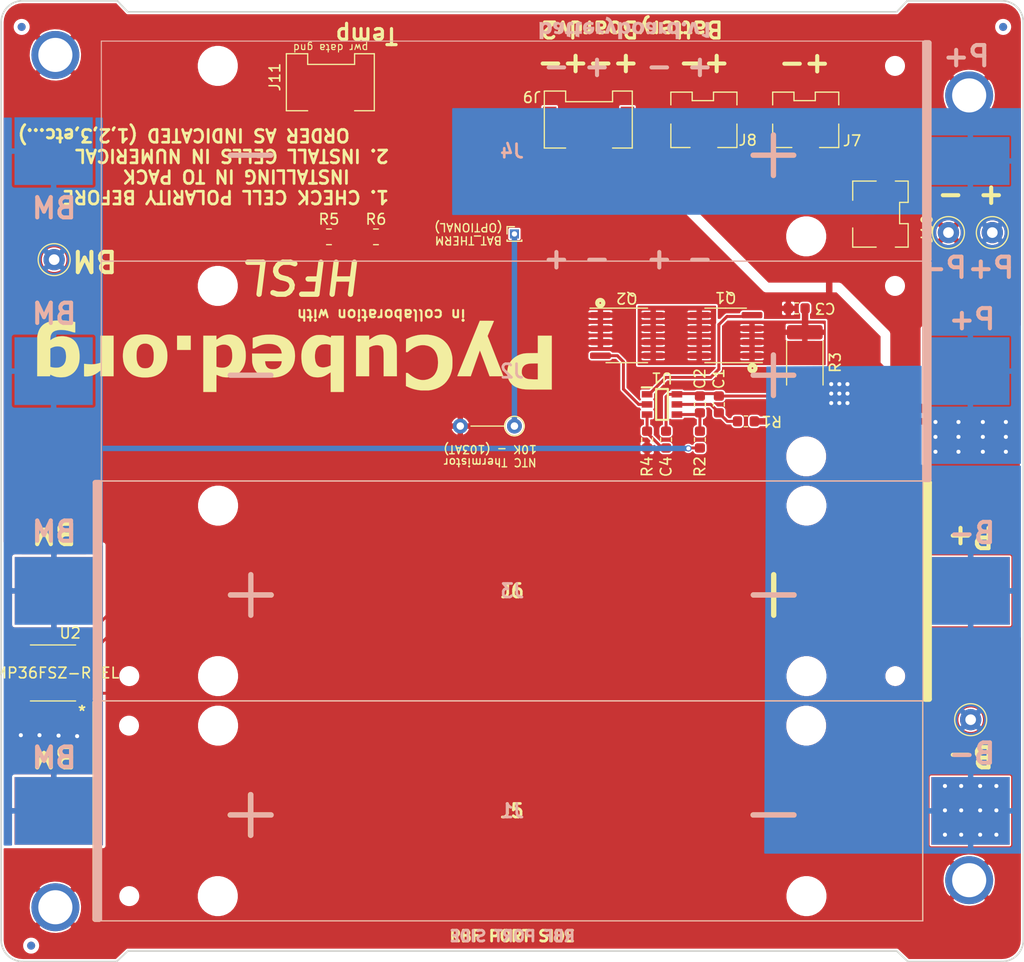
<source format=kicad_pcb>
(kicad_pcb (version 20171130) (host pcbnew "(5.1.9)-1")
  (layers (0 F.Cu signal hide) (31 B.Cu signal) (34 B.Paste user hide) (35 F.Paste user hide) (36 B.SilkS user hide) (37 F.SilkS user) (38 B.Mask user hide) (39 F.Mask user hide) (44 Edge.Cuts user))
  (net 0 "")
  (net 1 /VDD)
  (net 2 B-)
  (net 3 "Net-(C2-Pad2)")
  (net 4 PACK-)
  (net 5 BM)
  (net 6 PACK+)
  (net 7 "Net-(Q1-Pad5)")
  (net 8 "Net-(Q1-Pad4)")
  (net 9 "Net-(Q2-Pad4)")
  (net 10 "Net-(C3-Pad1)")
  (net 11 "Net-(C4-Pad2)")
  (net 12 BAT_THERM)
  (net 13 "Net-(J10-Pad2)")
  (net 14 "Net-(J11-Pad1)")
  (net 15 "Net-(J11-Pad2)")
  (net 16 "Net-(J11-Pad3)")
  (net 17 "Net-(J11-Pad4)")
  (net 18 "Net-(U2-Pad2)")
  (net 19 "Net-(U2-Pad3)")
  (net 20 "Net-(U2-Pad6)")
  (net 21 "Net-(U2-Pad7)")
  (net 22 "Net-(R5-Pad1)")
  (net 23 GND)
  (module Resistor_SMD:R_0805_2012Metric (layer F.Cu) (at 88.355001 75.965001)
    (fp_text reference R6 (at 0 -1.65) (layer F.SilkS))
    (fp_text value 10k)
    (pad 2 smd roundrect (at 0.9125 0) (size 1.025 1.4) (layers F.Cu F.Paste F.Mask) (roundrect_rratio 0.243902) (net 23 GND))
    (pad 1 smd roundrect (at -0.9125 0) (size 1.025 1.4) (layers F.Cu F.Paste F.Mask) (roundrect_rratio 0.243902) (net 15 "Net-(J11-Pad2)"))
  )
  (module Resistor_SMD:R_0805_2012Metric (layer F.Cu) (at 83.945001 75.965001)
    (fp_text reference R5 (at 0 -1.65) (layer F.SilkS))
    (fp_text value 27k)
    (pad 2 smd roundrect (at 0.9125 0) (size 1.025 1.4) (layers F.Cu F.Paste F.Mask) (roundrect_rratio 0.243902) (net 15 "Net-(J11-Pad2)"))
    (pad 1 smd roundrect (at -0.9125 0) (size 1.025 1.4) (layers F.Cu F.Paste F.Mask) (roundrect_rratio 0.243902) (net 22 "Net-(R5-Pad1)"))
  )
  (module custom-footprints:KEYSTONE-1042 (layer B.Cu) (at 101.1174 88.5698)
    (fp_text reference J2 (at 0 0) (layer B.SilkS) (effects (font (size 1.27 1.27) (thickness 0.254)) (justify mirror)))
    (fp_text value KEYSTONE-1042 hide)
    (fp_text user - (at -24.525 0) (layer B.SilkS) (effects (font (size 5 5) (thickness 0.5)) (justify mirror)))
    (fp_text user + (at 24.525 0) (layer B.SilkS) (effects (font (size 5 5) (thickness 0.5)) (justify mirror)))
    (pad 5 np_thru_hole circle (at 35.93 -8) (size 1.57 0) (drill 1.57) (layers *.Cu *.Mask))
    (pad 4 np_thru_hole circle (at 27.6 8) (size 3.45 0) (drill 3.45) (layers *.Cu *.Mask))
    (pad 3 np_thru_hole circle (at -27.6 -8) (size 3.45 0) (drill 3.45) (layers *.Cu *.Mask))
    (pad 2 smd rect (at 43 0 270) (size 6.35 7.34) (layers B.Cu B.Paste B.Mask) (net 6 PACK+))
    (pad 1 smd rect (at -43 0 270) (size 6.35 7.34) (layers B.Cu B.Paste B.Mask) (net 5 BM))
  )
  (module custom-footprints:KEYSTONE-1042 (layer B.Cu) (at 101.1174 67.9196)
    (fp_text reference J4 (at 0 0) (layer B.SilkS) (effects (font (size 1.27 1.27) (thickness 0.254)) (justify mirror)))
    (fp_text value KEYSTONE-1042 hide)
    (fp_text user - (at -24.525 0) (layer B.SilkS) (effects (font (size 5 5) (thickness 0.5)) (justify mirror)))
    (fp_text user + (at 24.525 0) (layer B.SilkS) (effects (font (size 5 5) (thickness 0.5)) (justify mirror)))
    (pad 5 np_thru_hole circle (at 35.93 -8) (size 1.57 0) (drill 1.57) (layers *.Cu *.Mask))
    (pad 4 np_thru_hole circle (at 27.6 8) (size 3.45 0) (drill 3.45) (layers *.Cu *.Mask))
    (pad 3 np_thru_hole circle (at -27.6 -8) (size 3.45 0) (drill 3.45) (layers *.Cu *.Mask))
    (pad 2 smd rect (at 43 0.925 270) (size 4.5 7.34) (layers B.Cu B.Paste B.Mask) (net 6 PACK+))
    (pad 1 smd rect (at -43 0 270) (size 6.35 7.34) (layers B.Cu B.Paste B.Mask) (net 5 BM))
  )
  (module custom-footprints:battery_version (layer B.Cu) (at 111.3536 56.4134)
    (fp_text reference Ref** hide)
    (fp_text value Val** hide)
  )
  (module custom-footprints:MountingHole_3.2mm_M3_DIN965_PadMOD (layer F.Cu) (at 144.0053 62.6899)
    (fp_text reference H3 hide)
    (fp_text value MountingHole_Pad)
    (pad 1 thru_hole circle (at 0 0) (size 4.5 4.5) (drill 3.2) (layers F.Cu F.Mask) (net 4 PACK-))
  )
  (module custom-footprints:MountingHole_3.2mm_M3_DIN965_PadMOD (layer F.Cu) (at 144.0053 136.3499)
    (fp_text reference H4 hide)
    (fp_text value MountingHole_Pad)
    (pad 1 thru_hole circle (at 0 0) (size 4.5 4.5) (drill 3.2) (layers *.Cu *.Mask) (net 4 PACK-))
  )
  (module custom-footprints:MountingHole_3.2mm_M3_DIN965_PadMOD (layer F.Cu) (at 58.2803 58.8899)
    (fp_text reference H2 hide)
    (fp_text value MountingHole_Pad)
    (pad 1 thru_hole circle (at 0 0) (size 4.5 4.5) (drill 3.2) (layers *.Cu *.Mask) (net 4 PACK-))
  )
  (module custom-footprints:MountingHole_3.2mm_M3_DIN965_PadMOD (layer F.Cu) (at 58.2803 138.8899)
    (fp_text reference H1 hide)
    (fp_text value MountingHole_Pad)
    (pad 1 thru_hole circle (at 0 0) (size 4.5 4.5) (drill 3.2) (layers *.Cu *.Mask) (net 4 PACK-))
  )
  (module custom-footprints:pycubed_logo (layer F.Cu) (at 83.29676 86.9188 180)
    (fp_text reference Ref** hide)
    (fp_text value Val** hide)
  )
  (module custom-footprints:KEYSTONE-1042 (layer F.Cu) (at 101.1428 109.1946)
    (fp_text reference J6 (at 0 0) (layer F.SilkS) (effects (font (size 1.27 1.27) (thickness 0.254))))
    (fp_text value KEYSTONE-1042 hide)
    (fp_text user - (at -24.525 0) (layer F.SilkS) (effects (font (size 5 5) (thickness 0.5))))
    (fp_text user + (at 24.525 0) (layer F.SilkS) (effects (font (size 5 5) (thickness 0.5))))
    (pad 5 np_thru_hole circle (at 35.93 8) (size 1.57 0) (drill 1.57) (layers *.Cu *.Mask))
    (pad 4 np_thru_hole circle (at 27.6 -8) (size 3.45 0) (drill 3.45) (layers *.Cu *.Mask))
    (pad 3 np_thru_hole circle (at -27.6 8) (size 3.45 0) (drill 3.45) (layers *.Cu *.Mask))
    (pad 2 smd rect (at 43 0 90) (size 6.35 7.34) (layers F.Cu F.Paste F.Mask) (net 6 PACK+))
    (pad 1 smd rect (at -43 0 90) (size 6.35 7.34) (layers F.Cu F.Paste F.Mask) (net 5 BM))
  )
  (module custom-footprints:KEYSTONE-1042 (layer F.Cu) (at 101.1174 129.8448 180)
    (fp_text reference J5 (at 0 0) (layer F.SilkS) (effects (font (size 1.27 1.27) (thickness 0.254))))
    (fp_text value KEYSTONE-1042 hide)
    (fp_text user - (at -24.525 0) (layer F.SilkS) (effects (font (size 5 5) (thickness 0.5))))
    (fp_text user + (at 24.525 0) (layer F.SilkS) (effects (font (size 5 5) (thickness 0.5))))
    (pad 5 np_thru_hole circle (at 35.93 8 180) (size 1.57 0) (drill 1.57) (layers *.Cu *.Mask))
    (pad 4 np_thru_hole circle (at 27.6 -8 180) (size 3.45 0) (drill 3.45) (layers *.Cu *.Mask))
    (pad 3 np_thru_hole circle (at -27.6 8 180) (size 3.45 0) (drill 3.45) (layers *.Cu *.Mask))
    (pad 2 smd rect (at 43 0 270) (size 6.35 7.34) (layers F.Cu F.Paste F.Mask) (net 5 BM))
    (pad 1 smd rect (at -43 0 270) (size 6.35 7.34) (layers F.Cu F.Paste F.Mask) (net 2 B-))
  )
  (module custom-footprints:KEYSTONE-1042 (layer B.Cu) (at 101.1428 109.1946 180)
    (fp_text reference J3 (at 0 0) (layer B.SilkS) (effects (font (size 1.27 1.27) (thickness 0.254)) (justify mirror)))
    (fp_text value KEYSTONE-1042 hide)
    (fp_text user - (at -24.525 0) (layer B.SilkS) (effects (font (size 5 5) (thickness 0.5)) (justify mirror)))
    (fp_text user + (at 24.525 0) (layer B.SilkS) (effects (font (size 5 5) (thickness 0.5)) (justify mirror)))
    (pad 5 np_thru_hole circle (at 35.93 -8 180) (size 1.57 0) (drill 1.57) (layers *.Cu *.Mask))
    (pad 4 np_thru_hole circle (at 27.6 8 180) (size 3.45 0) (drill 3.45) (layers *.Cu *.Mask))
    (pad 3 np_thru_hole circle (at -27.6 -8 180) (size 3.45 0) (drill 3.45) (layers *.Cu *.Mask))
    (pad 2 smd rect (at 43 0 90) (size 6.35 7.34) (layers B.Cu B.Paste B.Mask) (net 5 BM))
    (pad 1 smd rect (at -43 0 90) (size 6.35 7.34) (layers B.Cu B.Paste B.Mask) (net 2 B-))
  )
  (module custom-footprints:KEYSTONE-1042 (layer B.Cu) (at 101.1428 129.8448 180)
    (fp_text reference J1 (at 0 0) (layer B.SilkS) (effects (font (size 1.27 1.27) (thickness 0.254)) (justify mirror)))
    (fp_text value KEYSTONE-1042 hide)
    (fp_text user - (at -24.525 0) (layer B.SilkS) (effects (font (size 5 5) (thickness 0.5)) (justify mirror)))
    (fp_text user + (at 24.525 0) (layer B.SilkS) (effects (font (size 5 5) (thickness 0.5)) (justify mirror)))
    (pad 5 np_thru_hole circle (at 35.93 -8 180) (size 1.57 0) (drill 1.57) (layers *.Cu *.Mask))
    (pad 4 np_thru_hole circle (at 27.6 8 180) (size 3.45 0) (drill 3.45) (layers *.Cu *.Mask))
    (pad 3 np_thru_hole circle (at -27.6 -8 180) (size 3.45 0) (drill 3.45) (layers *.Cu *.Mask))
    (pad 2 smd rect (at 43 0 90) (size 6.35 7.34) (layers B.Cu B.Paste B.Mask) (net 5 BM))
    (pad 1 smd rect (at -43 0 90) (size 6.35 7.34) (layers B.Cu B.Paste B.Mask) (net 2 B-))
  )
  (module Fiducial:Fiducial_0.75mm_Mask1.5mm (layer F.Cu) (at 147.193 56.261)
    (fp_text reference REF** hide)
    (fp_text value Fiducial_0.75mm_Mask1.5mm)
    (pad "" smd circle (at 0 0) (size 0.75 0.75) (layers F.Cu F.Mask) (clearance 0.375))
  )
  (module Fiducial:Fiducial_0.75mm_Mask1.5mm (layer B.Cu) (at 147.193 56.261)
    (fp_text reference REF** hide)
    (fp_text value Fiducial_0.75mm_Mask1.5mm)
    (pad "" smd circle (at 0 0) (size 0.75 0.75) (layers B.Cu B.Mask) (clearance 0.375))
  )
  (module Fiducial:Fiducial_0.75mm_Mask1.5mm (layer F.Cu) (at 55.118 56.261)
    (fp_text reference REF** hide)
    (fp_text value Fiducial_0.75mm_Mask1.5mm)
    (pad "" smd circle (at 0 0) (size 0.75 0.75) (layers F.Cu F.Mask) (clearance 0.375))
  )
  (module Fiducial:Fiducial_0.75mm_Mask1.5mm (layer B.Cu) (at 55.118 56.261)
    (fp_text reference REF** hide)
    (fp_text value Fiducial_0.75mm_Mask1.5mm)
    (pad "" smd circle (at 0 0) (size 0.75 0.75) (layers B.Cu B.Mask) (clearance 0.375))
  )
  (module Fiducial:Fiducial_0.75mm_Mask1.5mm (layer B.Cu) (at 56.007 142.494)
    (fp_text reference REF** hide)
    (fp_text value Fiducial_0.75mm_Mask1.5mm)
    (pad "" smd circle (at 0 0) (size 0.75 0.75) (layers B.Cu B.Mask) (clearance 0.375))
  )
  (module Fiducial:Fiducial_0.75mm_Mask1.5mm (layer F.Cu) (at 56.007 142.494)
    (fp_text reference REF** hide)
    (fp_text value Fiducial_0.75mm_Mask1.5mm)
    (pad "" smd circle (at 0 0) (size 0.75 0.75) (layers F.Cu F.Mask) (clearance 0.375))
  )
  (module Resistor_THT:R_Axial_DIN0204_L3.6mm_D1.6mm_P5.08mm_Vertical (layer F.Cu) (at 101.346 93.726 180)
    (fp_text reference TH1 hide)
    (fp_text value Thermistor)
    (pad 2 thru_hole oval (at 5.08 0 180) (size 1.4 1.4) (drill 0.7) (layers *.Cu *.Mask) (net 4 PACK-))
    (pad 1 thru_hole circle (at 0 0 180) (size 1.4 1.4) (drill 0.7) (layers *.Cu *.Mask) (net 12 BAT_THERM))
  )
  (module Connector_PinHeader_1.00mm:PinHeader_1x01_P1.00mm_Vertical (layer F.Cu) (at 101.346 75.692)
    (fp_text reference J12 hide)
    (fp_text value Screw_Terminal_01x01)
    (pad 1 thru_hole rect (at 0 0) (size 0.85 0.85) (drill 0.5) (layers *.Cu *.Mask) (net 12 BAT_THERM))
  )
  (module TestPoint:TestPoint_Loop_D1.80mm_Drill1.0mm_Beaded (layer F.Cu) (at 146.177 75.565)
    (fp_text reference TP4 hide)
    (fp_text value TestPoint)
    (pad 1 thru_hole circle (at 0 0) (size 2 2) (drill 1) (layers *.Cu *.Mask) (net 6 PACK+))
  )
  (module TestPoint:TestPoint_Loop_D1.80mm_Drill1.0mm_Beaded (layer F.Cu) (at 142.0622 75.565)
    (fp_text reference TP3 hide)
    (fp_text value TestPoint)
    (pad 1 thru_hole circle (at 0 0) (size 2 2) (drill 1) (layers *.Cu *.Mask) (net 4 PACK-))
  )
  (module TestPoint:TestPoint_Loop_D1.80mm_Drill1.0mm_Beaded (layer F.Cu) (at 58.166 78.105)
    (fp_text reference TP2 hide)
    (fp_text value TestPoint)
    (pad 1 thru_hole circle (at 0 0) (size 2 2) (drill 1) (layers *.Cu *.Mask) (net 5 BM))
  )
  (module TestPoint:TestPoint_Loop_D1.80mm_Drill1.0mm_Beaded (layer F.Cu) (at 144.145 121.285)
    (fp_text reference TP1 hide)
    (fp_text value TestPoint)
    (pad 1 thru_hole circle (at 0 0) (size 2 2) (drill 1) (layers *.Cu *.Mask) (net 2 B-))
  )
  (module Capacitor_SMD:C_0603_1608Metric (layer F.Cu) (at 127.8255 82.677 180)
    (fp_text reference C3 (at -2.667 0 180 unlocked) (layer F.SilkS))
    (fp_text value 0.1uF)
    (pad 2 smd roundrect (at 0.7875 0 180) (size 0.875 0.95) (layers F.Cu F.Paste F.Mask) (net 4 PACK-))
    (pad 1 smd roundrect (at -0.7875 0 180) (size 0.875 0.95) (layers F.Cu F.Paste F.Mask) (net 10 "Net-(C3-Pad1)"))
  )
  (module Resistor_SMD:R_0603_1608Metric (layer F.Cu) (at 113.792 94.996 270)
    (fp_text reference R4 (at 2.54 0 90) (layer F.SilkS))
    (fp_text value 1K)
    (pad 2 smd roundrect (at 0.7875 0 270) (size 0.875 0.95) (layers F.Cu F.Paste F.Mask) (net 4 PACK-))
    (pad 1 smd roundrect (at -0.7875 0 270) (size 0.875 0.95) (layers F.Cu F.Paste F.Mask) (net 11 "Net-(C4-Pad2)"))
  )
  (module Resistor_SMD:R_0603_1608Metric (layer F.Cu) (at 118.745 94.996 90)
    (fp_text reference R2 (at -2.54 0 90) (layer F.SilkS))
    (fp_text value 330)
    (pad 2 smd roundrect (at 0.7875 0 90) (size 0.875 0.95) (layers F.Cu F.Paste F.Mask) (net 3 "Net-(C2-Pad2)"))
    (pad 1 smd roundrect (at -0.7875 0 90) (size 0.875 0.95) (layers F.Cu F.Paste F.Mask) (net 5 BM))
  )
  (module Resistor_SMD:R_0603_1608Metric (layer F.Cu) (at 123.063 93.2815 180)
    (fp_text reference R1 (at -2.413 0 180 unlocked) (layer F.SilkS))
    (fp_text value 330)
    (pad 2 smd roundrect (at 0.7875 0 180) (size 0.875 0.95) (layers F.Cu F.Paste F.Mask) (net 1 /VDD))
    (pad 1 smd roundrect (at -0.7875 0 180) (size 0.875 0.95) (layers F.Cu F.Paste F.Mask) (net 6 PACK+))
  )
  (module Resistor_SMD:R_2512_6332Metric (layer F.Cu) (at 128.5875 87.8205 90)
    (fp_text reference R3 (at 0.0635 2.8575 90) (layer F.SilkS))
    (fp_text value 0.01)
    (pad 2 smd roundrect (at 2.9 0 90) (size 1.35 3.35) (layers F.Cu F.Paste F.Mask) (roundrect_rratio 0.185185) (net 10 "Net-(C3-Pad1)"))
    (pad 1 smd roundrect (at -2.9 0 90) (size 1.35 3.35) (layers F.Cu F.Paste F.Mask) (roundrect_rratio 0.185185) (net 2 B-))
  )
  (module Package_SO:SOIC-8_3.9x4.9mm_P1.27mm (layer F.Cu) (at 111.887 85.217)
    (fp_text reference Q2 (at 0 -3.4925 180 unlocked) (layer F.SilkS))
    (fp_text value IRF7458)
    (pad 8 smd roundrect (at 2.475 -1.905) (size 1.95 0.6) (layers F.Cu F.Paste F.Mask) (net 7 "Net-(Q1-Pad5)"))
    (pad 7 smd roundrect (at 2.475 -0.635) (size 1.95 0.6) (layers F.Cu F.Paste F.Mask) (net 7 "Net-(Q1-Pad5)"))
    (pad 6 smd roundrect (at 2.475 0.635) (size 1.95 0.6) (layers F.Cu F.Paste F.Mask) (net 7 "Net-(Q1-Pad5)"))
    (pad 5 smd roundrect (at 2.475 1.905) (size 1.95 0.6) (layers F.Cu F.Paste F.Mask) (net 7 "Net-(Q1-Pad5)"))
    (pad 4 smd roundrect (at -2.475 1.905) (size 1.95 0.6) (layers F.Cu F.Paste F.Mask) (net 9 "Net-(Q2-Pad4)"))
    (pad 3 smd roundrect (at -2.475 0.635) (size 1.95 0.6) (layers F.Cu F.Paste F.Mask) (net 4 PACK-))
    (pad 2 smd roundrect (at -2.475 -0.635) (size 1.95 0.6) (layers F.Cu F.Paste F.Mask) (net 4 PACK-))
    (pad 1 smd roundrect (at -2.475 -1.905) (size 1.95 0.6) (layers F.Cu F.Paste F.Mask) (net 4 PACK-))
  )
  (module Package_SO:SOIC-8_3.9x4.9mm_P1.27mm (layer F.Cu) (at 121.158 85.217 180)
    (fp_text reference Q1 (at 0 3.556 180 unlocked) (layer F.SilkS))
    (fp_text value IRF7458)
    (pad 8 smd roundrect (at 2.475 -1.905 180) (size 1.95 0.6) (layers F.Cu F.Paste F.Mask) (net 7 "Net-(Q1-Pad5)"))
    (pad 7 smd roundrect (at 2.475 -0.635 180) (size 1.95 0.6) (layers F.Cu F.Paste F.Mask) (net 7 "Net-(Q1-Pad5)"))
    (pad 6 smd roundrect (at 2.475 0.635 180) (size 1.95 0.6) (layers F.Cu F.Paste F.Mask) (net 7 "Net-(Q1-Pad5)"))
    (pad 5 smd roundrect (at 2.475 1.905 180) (size 1.95 0.6) (layers F.Cu F.Paste F.Mask) (net 7 "Net-(Q1-Pad5)"))
    (pad 4 smd roundrect (at -2.475 1.905 180) (size 1.95 0.6) (layers F.Cu F.Paste F.Mask) (net 8 "Net-(Q1-Pad4)"))
    (pad 3 smd roundrect (at -2.475 0.635 180) (size 1.95 0.6) (layers F.Cu F.Paste F.Mask) (net 10 "Net-(C3-Pad1)"))
    (pad 2 smd roundrect (at -2.475 -0.635 180) (size 1.95 0.6) (layers F.Cu F.Paste F.Mask) (net 10 "Net-(C3-Pad1)"))
    (pad 1 smd roundrect (at -2.475 -1.905 180) (size 1.95 0.6) (layers F.Cu F.Paste F.Mask) (net 10 "Net-(C3-Pad1)"))
  )
  (module Capacitor_SMD:C_0603_1608Metric (layer F.Cu) (at 115.57 94.996 270)
    (fp_text reference C4 (at 2.54 0 90) (layer F.SilkS))
    (fp_text value 0.1uF)
    (pad 2 smd roundrect (at 0.7875 0 270) (size 0.875 0.95) (layers F.Cu F.Paste F.Mask) (net 11 "Net-(C4-Pad2)"))
    (pad 1 smd roundrect (at -0.7875 0 270) (size 0.875 0.95) (layers F.Cu F.Paste F.Mask) (net 2 B-))
  )
  (module Capacitor_SMD:C_0603_1608Metric (layer F.Cu) (at 118.745 91.694 270)
    (fp_text reference C2 (at -2.413 0 90) (layer F.SilkS))
    (fp_text value 0.1uF)
    (pad 2 smd roundrect (at 0.7875 0 270) (size 0.875 0.95) (layers F.Cu F.Paste F.Mask) (net 3 "Net-(C2-Pad2)"))
    (pad 1 smd roundrect (at -0.7875 0 270) (size 0.875 0.95) (layers F.Cu F.Paste F.Mask) (net 2 B-))
  )
  (module Capacitor_SMD:C_0603_1608Metric (layer F.Cu) (at 120.523 91.694 270)
    (fp_text reference C1 (at -2.413 0 90) (layer F.SilkS))
    (fp_text value 0.1uF)
    (pad 2 smd roundrect (at 0.7875 0 270) (size 0.875 0.95) (layers F.Cu F.Paste F.Mask) (net 1 /VDD))
    (pad 1 smd roundrect (at -0.7875 0 270) (size 0.875 0.95) (layers F.Cu F.Paste F.Mask) (net 2 B-))
  )
  (module custom-footprints:SOT95P280X130-6N (layer F.Cu) (at 115.189 91.694)
    (fp_text reference U1 (at 0 -2.4765 180 unlocked) (layer F.SilkS))
    (fp_text value R5460N233AF hide)
    (pad 6 smd rect (at 1.4 -0.95 90) (size 0.6 1) (layers F.Cu F.Paste F.Mask) (net 2 B-))
    (pad 5 smd rect (at 1.4 0 90) (size 0.6 1) (layers F.Cu F.Paste F.Mask) (net 1 /VDD))
    (pad 4 smd rect (at 1.4 0.95 90) (size 0.6 1) (layers F.Cu F.Paste F.Mask) (net 3 "Net-(C2-Pad2)"))
    (pad 3 smd rect (at -1.4 0.95 90) (size 0.6 1) (layers F.Cu F.Paste F.Mask) (net 11 "Net-(C4-Pad2)"))
    (pad 2 smd rect (at -1.4 0 90) (size 0.6 1) (layers F.Cu F.Paste F.Mask) (net 9 "Net-(Q2-Pad4)"))
    (pad 1 smd rect (at -1.4 -0.95 90) (size 0.6 1) (layers F.Cu F.Paste F.Mask) (net 8 "Net-(Q1-Pad4)"))
  )
  (module Molex:Molex_Pico-Lock_503763-0291_1x02-1MP_P1.00m_Horizontal (layer F.Cu) (at 125.77 62.58)
    (fp_text reference J7 (at 7.25 4.37 unlocked) (layer F.SilkS))
    (fp_text value Conn_01x02_Female)
    (pad GND smd rect (at 0.25 1.87 180) (size 1.26 1.3) (layers F.Cu F.Paste F.Mask))
    (pad 2 smd rect (at 2.4 4.8 180) (size 0.55 1) (layers F.Cu F.Paste F.Mask) (net 4 PACK-))
    (pad GND smd rect (at 5.55 1.87 180) (size 1.26 1.3) (layers F.Cu F.Paste F.Mask))
    (pad 1 smd rect (at 3.4 4.8 180) (size 0.55 1) (layers F.Cu F.Paste F.Mask) (net 13 "Net-(J10-Pad2)"))
  )
  (module Molex:Molex_Pico-Lock_503763-0291_1x02-1MP_P1.00m_Horizontal (layer F.Cu) (at 116.22 62.58)
    (fp_text reference J8 (at 7.01 4.32 unlocked) (layer F.SilkS))
    (fp_text value Conn_01x02_Female)
    (pad 1 smd rect (at 3.4 4.8 180) (size 0.55 1) (layers F.Cu F.Paste F.Mask) (net 13 "Net-(J10-Pad2)"))
    (pad GND smd rect (at 5.55 1.87 180) (size 1.26 1.3) (layers F.Cu F.Paste F.Mask))
    (pad 2 smd rect (at 2.4 4.8 180) (size 0.55 1) (layers F.Cu F.Paste F.Mask) (net 4 PACK-))
    (pad GND smd rect (at 0.25 1.87 180) (size 1.26 1.3) (layers F.Cu F.Paste F.Mask))
  )
  (module Molex:Molex_Pico-Lock_503763-0491_1x04-1MP_P1.00mm_Horizontal (layer F.Cu) (at 104.4 62.530001)
    (fp_text reference J9 (at -1.41 0.269999 180 unlocked) (layer F.SilkS))
    (fp_text value Conn_01x04_Female)
    (pad GND smd rect (at 7.55 1.87 180) (size 1.26 1.3) (layers F.Cu F.Paste F.Mask))
    (pad 1 smd rect (at 5.4 4.85 180) (size 0.55 1) (layers F.Cu F.Paste F.Mask) (net 13 "Net-(J10-Pad2)"))
    (pad GND smd rect (at 0.25 1.87 180) (size 1.26 1.3) (layers F.Cu F.Paste F.Mask))
    (pad 2 smd rect (at 4.4 4.85 180) (size 0.55 1) (layers F.Cu F.Paste F.Mask) (net 4 PACK-))
    (pad 3 smd rect (at 3.4 4.85 180) (size 0.55 1) (layers F.Cu F.Paste F.Mask) (net 13 "Net-(J10-Pad2)"))
    (pad 4 smd rect (at 2.4 4.85 180) (size 0.55 1) (layers F.Cu F.Paste F.Mask) (net 4 PACK-))
  )
  (module Molex:Molex_Pico-Lock_503763-0291_1x02-1MP_P1.00m_Horizontal (layer F.Cu) (at 138.08 70.93 270)
    (fp_text reference J10 (at 4.28 -1.97 90) (layer F.SilkS))
    (fp_text value Conn_01x02_Female)
    (pad GND smd rect (at 0.25 1.87 90) (size 1.26 1.3) (layers F.Cu F.Paste F.Mask))
    (pad 2 smd rect (at 2.4 4.8 90) (size 0.55 1) (layers F.Cu F.Paste F.Mask) (net 13 "Net-(J10-Pad2)"))
    (pad GND smd rect (at 5.55 1.87 90) (size 1.26 1.3) (layers F.Cu F.Paste F.Mask))
    (pad 1 smd rect (at 3.4 4.8 90) (size 0.55 1) (layers F.Cu F.Paste F.Mask) (net 6 PACK+))
  )
  (module Molex:Molex_Pico-Lock_503763-0491_1x04-1MP_P1.00mm_Horizontal (layer F.Cu) (at 80.2 59.03)
    (fp_text reference J11 (at -1.33 1.94 90) (layer F.SilkS))
    (fp_text value Conn_01x04_Female)
    (pad GND smd rect (at 7.55 1.87 180) (size 1.26 1.3) (layers F.Cu F.Paste F.Mask))
    (pad 1 smd rect (at 5.4 4.85 180) (size 0.55 1) (layers F.Cu F.Paste F.Mask) (net 14 "Net-(J11-Pad1)"))
    (pad GND smd rect (at 0.25 1.87 180) (size 1.26 1.3) (layers F.Cu F.Paste F.Mask))
    (pad 2 smd rect (at 4.4 4.85 180) (size 0.55 1) (layers F.Cu F.Paste F.Mask) (net 15 "Net-(J11-Pad2)"))
    (pad 3 smd rect (at 3.4 4.85 180) (size 0.55 1) (layers F.Cu F.Paste F.Mask) (net 16 "Net-(J11-Pad3)"))
    (pad 4 smd rect (at 2.4 4.85 180) (size 0.55 1) (layers F.Cu F.Paste F.Mask) (net 17 "Net-(J11-Pad4)"))
  )
  (module TMP36FSZ:TMP36FSZ-REEL (layer F.Cu) (at 58.06 116.9 180)
    (fp_text reference U2 (at -1.61 3.74) (layer F.SilkS))
    (fp_text value TMP36FSZ-REEL (at 0 0) (layer F.SilkS))
    (fp_text user * (at -2.7178 -3.6068) (layer F.SilkS))
    (fp_text user * (at -2.7178 -3.6068) (layer F.SilkS))
    (pad 1 smd rect (at -2.4638 -1.905 180) (size 1.9812 0.5588) (layers F.Cu F.Paste F.Mask) (net 22 "Net-(R5-Pad1)"))
    (pad 2 smd rect (at -2.4638 -0.635 180) (size 1.9812 0.5588) (layers F.Cu F.Paste F.Mask) (net 18 "Net-(U2-Pad2)"))
    (pad 3 smd rect (at -2.4638 0.635 180) (size 1.9812 0.5588) (layers F.Cu F.Paste F.Mask) (net 19 "Net-(U2-Pad3)"))
    (pad 4 smd rect (at -2.4638 1.905 180) (size 1.9812 0.5588) (layers F.Cu F.Paste F.Mask) (net 16 "Net-(J11-Pad3)"))
    (pad 5 smd rect (at 2.4638 1.905 180) (size 1.9812 0.5588) (layers F.Cu F.Paste F.Mask) (net 14 "Net-(J11-Pad1)"))
    (pad 6 smd rect (at 2.4638 0.635 180) (size 1.9812 0.5588) (layers F.Cu F.Paste F.Mask) (net 20 "Net-(U2-Pad6)"))
    (pad 7 smd rect (at 2.4638 -0.635 180) (size 1.9812 0.5588) (layers F.Cu F.Paste F.Mask) (net 21 "Net-(U2-Pad7)"))
    (pad 8 smd rect (at 2.4638 -1.905 180) (size 1.9812 0.5588) (layers F.Cu F.Paste F.Mask) (net 14 "Net-(J11-Pad1)"))
  )
  (gr_text "pwr data gnd" (at 84.11 58.24 180) (layer F.SilkS) (effects (font (size 0.7 0.7) (thickness 0.1))))
  (gr_text "Temp \n" (at 86.92 57.1 180) (layer F.SilkS) (effects (font (size 1.5 1.5) (thickness 0.3))))
  (gr_text HFSL (at 81.53 79.71 180) (layer F.SilkS) (effects (font (size 3 3) (thickness 0.5) italic)))
  (gr_text "in collaboration with" (at 88.86 83.29 180) (layer F.SilkS) (effects (font (size 1 1) (thickness 0.2))))
  (gr_text BatteryBoardv2 (at 112.39 56.48 180) (layer F.SilkS) (effects (font (size 1.5 1.5) (thickness 0.3))))
  (gr_text -+ (at 128.57 59.58) (layer F.SilkS) (effects (font (size 1.905 1.905) (thickness 0.381))))
  (gr_circle (center 123.6726 88.2904) (end 123.7488 88.3158) (layer F.SilkS) (width 0.4))
  (gr_circle (center 109.3978 82.169) (end 109.474 82.1944) (layer F.SilkS) (width 0.4))
  (gr_text "- +" (at 144.16532 71.9201) (layer F.SilkS) (effects (font (size 1.905 1.905) (thickness 0.381))))
  (gr_text "1. CHECK CELL POLARITY BEFORE \n    INSTALLING IN TO PACK\n2. INSTALL CELLS IN NUMERICAL \n    ORDER AS INDICATED (1,2,3,etc...)" (at 89.69502 69.32676 180) (layer F.SilkS) (effects (font (size 1.2 1.2) (thickness 0.254)) (justify left)))
  (gr_text "RBF PORT SIDE" (at 101.1428 141.605) (layer B.SilkS) (effects (font (size 1.016 1.016) (thickness 0.254)) (justify mirror)))
  (gr_text "RBF PORT SIDE" (at 101.1428 141.605) (layer F.SilkS) (effects (font (size 1.016 1.016) (thickness 0.254))))
  (gr_line (start 64.0969 53.8099) (end 55.2003 53.8099) (layer Edge.Cuts) (width 0.15))
  (gr_line (start 147.0853 53.8099) (end 138.1887 53.8099) (layer Edge.Cuts) (width 0.15))
  (gr_line (start 137.2108 54.8452) (end 138.1887 53.8099) (layer Edge.Cuts) (width 0.15))
  (gr_line (start 137.2108 54.8452) (end 65.0748 54.8452) (layer Edge.Cuts) (width 0.15))
  (gr_line (start 65.0748 54.8452) (end 64.0969 53.8099) (layer Edge.Cuts) (width 0.15))
  (gr_line (start 147.0853 143.9799) (end 138.2461 143.9799) (layer Edge.Cuts) (width 0.15))
  (gr_line (start 64.0395 143.9799) (end 65.0748 143.002) (layer Edge.Cuts) (width 0.15))
  (gr_line (start 137.2108 143.002) (end 65.0748 143.002) (layer Edge.Cuts) (width 0.15))
  (gr_line (start 138.2461 143.9799) (end 137.2108 143.002) (layer Edge.Cuts) (width 0.15))
  (gr_text "BAT_THERM\n(OPTIONAL)" (at 97.028 75.692 180) (layer F.SilkS) (effects (font (size 0.762 0.762) (thickness 0.127))))
  (gr_text "NTC Thermistor\n10K - (103AT)" (at 99.06 96.52 180) (layer F.SilkS) (effects (font (size 0.762 0.762) (thickness 0.127))))
  (gr_text "- +" (at 107.188 77.978) (layer B.SilkS) (effects (font (size 1.905 1.905) (thickness 0.381)) (justify mirror)))
  (gr_text "- +" (at 116.84 77.978) (layer B.SilkS) (effects (font (size 1.905 1.905) (thickness 0.381)) (justify mirror)))
  (gr_text "- +" (at 116.84 60.198 180) (layer B.SilkS) (effects (font (size 1.905 1.905) (thickness 0.381)) (justify mirror)))
  (gr_text "- +" (at 107.188 60.198 180) (layer B.SilkS) (effects (font (size 1.905 1.905) (thickness 0.381)) (justify mirror)))
  (gr_text -+ (at 119.14 59.56) (layer F.SilkS) (effects (font (size 1.905 1.905) (thickness 0.381))))
  (gr_text -+-+ (at 108.26 59.56) (layer F.SilkS) (effects (font (size 1.905 1.905) (thickness 0.381))))
  (gr_text P+ (at 143.7386 59.0042) (layer B.SilkS) (effects (font (size 1.905 1.905) (thickness 0.381)) (justify mirror)))
  (gr_text P- (at 141.605 78.867) (layer B.SilkS) (effects (font (size 1.905 1.905) (thickness 0.381)) (justify mirror)))
  (gr_text BM (at 61.976 78.232 180) (layer F.SilkS) (effects (font (size 1.905 1.905) (thickness 0.381))))
  (gr_text P+ (at 146.05 78.867) (layer B.SilkS) (effects (font (size 1.905 1.905) (thickness 0.381)) (justify mirror)))
  (gr_text P+ (at 144.272 83.693) (layer B.SilkS) (effects (font (size 1.905 1.905) (thickness 0.381)) (justify mirror)))
  (gr_text B- (at 144.272 103.759) (layer B.SilkS) (effects (font (size 1.905 1.905) (thickness 0.381)) (justify mirror)))
  (gr_text B- (at 144.272 124.46) (layer B.SilkS) (effects (font (size 1.905 1.905) (thickness 0.381)) (justify mirror)))
  (gr_text BM (at 58.166 124.841) (layer B.SilkS) (effects (font (size 1.905 1.905) (thickness 0.381)) (justify mirror)))
  (gr_text BM (at 58.166 73.279) (layer B.SilkS) (effects (font (size 1.905 1.905) (thickness 0.381)) (justify mirror)))
  (gr_text BM (at 58.166 83.185) (layer B.SilkS) (effects (font (size 1.905 1.905) (thickness 0.381)) (justify mirror)))
  (gr_text BM (at 58.166 103.632) (layer B.SilkS) (effects (font (size 1.905 1.905) (thickness 0.381)) (justify mirror)))
  (gr_text P+ (at 144.145 104.14 180) (layer F.SilkS) (effects (font (size 1.905 1.905) (thickness 0.381))))
  (gr_text B- (at 144.145 124.714 180) (layer F.SilkS) (effects (font (size 1.905 1.905) (thickness 0.381))))
  (gr_text BM (at 58.166 124.714 180) (layer F.SilkS) (effects (font (size 1.905 1.905) (thickness 0.381))))
  (gr_text BM (at 58.166 103.759 180) (layer F.SilkS) (effects (font (size 1.905 1.905) (thickness 0.381))))
  (gr_line (start 55.2003 143.9799) (end 64.0395 143.9799) (layer Edge.Cuts) (width 0.15))
  (gr_arc (start 147.0853 141.9799) (end 147.0853 143.9799) (angle -90) (layer Edge.Cuts) (width 0.15))
  (gr_line (start 149.0853 141.9799) (end 149.0853 55.8099) (layer Edge.Cuts) (width 0.15))
  (gr_arc (start 147.0853 55.8099) (end 149.0853 55.8099) (angle -90) (layer Edge.Cuts) (width 0.15))
  (gr_arc (start 55.2003 55.8099) (end 55.2003 53.8099) (angle -90) (layer Edge.Cuts) (width 0.15))
  (gr_line (start 53.2003 55.8099) (end 53.2003 141.9799) (layer Edge.Cuts) (width 0.15))
  (gr_arc (start 55.2003 141.9799) (end 53.2003 141.9799) (angle -90) (layer Edge.Cuts) (width 0.15))
  (segment (start 120.523 92.456) (end 120.523 92.4815) (width 0.2794) (layer F.Cu) (net 1))
  (segment (start 116.589 91.694) (end 119.761 91.694) (width 0.2794) (layer F.Cu) (net 1))
  (segment (start 119.761 91.694) (end 120.523 92.456) (width 0.2794) (layer F.Cu) (net 1))
  (segment (start 121.323 93.2815) (end 120.523 92.4815) (width 0.2794) (layer F.Cu) (net 1))
  (segment (start 122.2755 93.2815) (end 121.323 93.2815) (width 0.2794) (layer F.Cu) (net 1))
  (via (at 146.558 127.508) (size 0.5842) (drill 0.381) (layers F.Cu B.Cu) (net 2))
  (via (at 145.034 127.508) (size 0.5842) (drill 0.381) (layers F.Cu B.Cu) (net 2))
  (via (at 143.256 127.508) (size 0.5842) (drill 0.381) (layers F.Cu B.Cu) (net 2))
  (via (at 141.732 127.508) (size 0.5842) (drill 0.381) (layers F.Cu B.Cu) (net 2))
  (via (at 143.256 129.794) (size 0.5842) (drill 0.381) (layers F.Cu B.Cu) (net 2))
  (via (at 146.558 129.794) (size 0.5842) (drill 0.381) (layers F.Cu B.Cu) (net 2))
  (via (at 145.034 129.794) (size 0.5842) (drill 0.381) (layers F.Cu B.Cu) (net 2))
  (via (at 141.732 129.794) (size 0.5842) (drill 0.381) (layers F.Cu B.Cu) (net 2))
  (via (at 146.558 132.08) (size 0.5842) (drill 0.381) (layers F.Cu B.Cu) (net 2))
  (via (at 141.732 132.08) (size 0.5842) (drill 0.381) (layers F.Cu B.Cu) (net 2))
  (via (at 143.256 132.08) (size 0.5842) (drill 0.381) (layers F.Cu B.Cu) (net 2))
  (via (at 145.034 132.08) (size 0.5842) (drill 0.381) (layers F.Cu B.Cu) (net 2))
  (segment (start 118.745 90.9065) (end 118.745 90.678) (width 0.2794) (layer F.Cu) (net 2))
  (segment (start 120.2945 90.678) (end 120.523 90.9065) (width 0.2794) (layer F.Cu) (net 2))
  (segment (start 118.745 90.678) (end 120.2945 90.678) (width 0.2794) (layer F.Cu) (net 2))
  (segment (start 116.655 90.678) (end 118.745 90.678) (width 0.2794) (layer F.Cu) (net 2))
  (segment (start 116.589 90.744) (end 116.655 90.678) (width 0.2794) (layer F.Cu) (net 2))
  (segment (start 115.8096 90.744) (end 116.589 90.744) (width 0.2794) (layer F.Cu) (net 2))
  (segment (start 115.57 90.9836) (end 115.8096 90.744) (width 0.2794) (layer F.Cu) (net 2))
  (segment (start 115.57 94.2085) (end 115.57 90.9836) (width 0.2794) (layer F.Cu) (net 2))
  (segment (start 128.4015 90.9065) (end 128.5875 90.7205) (width 0.2794) (layer F.Cu) (net 2))
  (segment (start 120.523 90.9065) (end 128.4015 90.9065) (width 0.2794) (layer F.Cu) (net 2))
  (via (at 131.064 89.789) (size 0.5842) (drill 0.381) (layers F.Cu B.Cu) (net 2))
  (via (at 131.826 89.789) (size 0.5842) (drill 0.381) (layers F.Cu B.Cu) (net 2))
  (via (at 132.588 89.789) (size 0.5842) (drill 0.381) (layers F.Cu B.Cu) (net 2))
  (via (at 131.826 90.678) (size 0.5842) (drill 0.381) (layers F.Cu B.Cu) (net 2))
  (via (at 132.588 90.678) (size 0.5842) (drill 0.381) (layers F.Cu B.Cu) (net 2))
  (via (at 131.064 90.678) (size 0.5842) (drill 0.381) (layers F.Cu B.Cu) (net 2))
  (via (at 131.826 91.567) (size 0.5842) (drill 0.381) (layers F.Cu B.Cu) (net 2))
  (via (at 131.064 91.567) (size 0.5842) (drill 0.381) (layers F.Cu B.Cu) (net 2))
  (via (at 132.588 91.567) (size 0.5842) (drill 0.381) (layers F.Cu B.Cu) (net 2))
  (segment (start 118.5825 92.644) (end 118.745 92.4815) (width 0.2794) (layer F.Cu) (net 3))
  (segment (start 116.589 92.644) (end 118.5825 92.644) (width 0.2794) (layer F.Cu) (net 3))
  (segment (start 118.745 92.4815) (end 118.745 94.2085) (width 0.2794) (layer F.Cu) (net 3))
  (via (at 60.32 122.83) (size 0.5842) (drill 0.381) (layers F.Cu B.Cu) (net 5))
  (via (at 58.58 122.78) (size 0.5842) (drill 0.381) (layers F.Cu B.Cu) (net 5))
  (via (at 55.04 122.74) (size 0.5842) (drill 0.381) (layers F.Cu B.Cu) (net 5))
  (via (at 56.79 122.74) (size 0.5842) (drill 0.381) (layers F.Cu B.Cu) (net 5))
  (segment (start 117.703498 95.7835) (end 117.665498 95.8215) (width 0.2794) (layer F.Cu) (net 5))
  (via (at 117.665498 95.8215) (size 0.5842) (drill 0.381) (layers F.Cu B.Cu) (net 5))
  (segment (start 118.745 95.7835) (end 117.703498 95.7835) (width 0.2794) (layer F.Cu) (net 5))
  (segment (start 117.665498 95.8215) (end 58.2295 95.8215) (width 0.508) (layer B.Cu) (net 5))
  (via (at 140.843 93.345) (size 0.5842) (drill 0.381) (layers F.Cu B.Cu) (net 6))
  (via (at 143.002 93.345) (size 0.5842) (drill 0.381) (layers F.Cu B.Cu) (net 6))
  (via (at 145.288 93.345) (size 0.5842) (drill 0.381) (layers F.Cu B.Cu) (net 6))
  (via (at 147.447 93.345) (size 0.5842) (drill 0.381) (layers F.Cu B.Cu) (net 6))
  (via (at 140.843 94.742) (size 0.5842) (drill 0.381) (layers F.Cu B.Cu) (net 6))
  (via (at 143.002 94.742) (size 0.5842) (drill 0.381) (layers F.Cu B.Cu) (net 6))
  (via (at 145.288 94.742) (size 0.5842) (drill 0.381) (layers F.Cu B.Cu) (net 6))
  (via (at 147.447 94.742) (size 0.5842) (drill 0.381) (layers F.Cu B.Cu) (net 6))
  (via (at 145.288 96.139) (size 0.5842) (drill 0.381) (layers F.Cu B.Cu) (net 6))
  (via (at 140.843 96.139) (size 0.5842) (drill 0.381) (layers F.Cu B.Cu) (net 6))
  (via (at 143.002 96.139) (size 0.5842) (drill 0.381) (layers F.Cu B.Cu) (net 6))
  (via (at 147.447 96.139) (size 0.5842) (drill 0.381) (layers F.Cu B.Cu) (net 6))
  (segment (start 140.7795 93.2815) (end 140.843 93.345) (width 0.6096) (layer F.Cu) (net 6))
  (segment (start 123.8505 93.2815) (end 140.7795 93.2815) (width 0.6096) (layer F.Cu) (net 6))
  (segment (start 130.874201 83.376201) (end 136.454 88.956) (width 0.6096) (layer F.Cu) (net 6))
  (segment (start 136.454 88.956) (end 140.843 93.345) (width 0.6096) (layer F.Cu) (net 6))
  (segment (start 136.15 88.652) (end 136.454 88.956) (width 0.6096) (layer F.Cu) (net 6))
  (segment (start 130.874201 76.735799) (end 133.28 74.33) (width 0.6096) (layer F.Cu) (net 6))
  (segment (start 130.874201 83.376201) (end 130.874201 76.735799) (width 0.6096) (layer F.Cu) (net 6))
  (segment (start 115.57 89.154) (end 113.98 90.744) (width 0.2794) (layer F.Cu) (net 8))
  (segment (start 123.506 83.439) (end 121.285 83.439) (width 0.2794) (layer F.Cu) (net 8))
  (segment (start 120.523 84.201) (end 120.523 88.392) (width 0.2794) (layer F.Cu) (net 8))
  (segment (start 113.98 90.744) (end 113.789 90.744) (width 0.2794) (layer F.Cu) (net 8))
  (segment (start 123.633 83.312) (end 123.506 83.439) (width 0.2794) (layer F.Cu) (net 8))
  (segment (start 121.285 83.439) (end 120.523 84.201) (width 0.2794) (layer F.Cu) (net 8))
  (segment (start 119.761 89.154) (end 115.57 89.154) (width 0.2794) (layer F.Cu) (net 8))
  (segment (start 120.523 88.392) (end 119.761 89.154) (width 0.2794) (layer F.Cu) (net 8))
  (segment (start 111.5695 90.2539) (end 111.5695 87.6935) (width 0.2794) (layer F.Cu) (net 9))
  (segment (start 110.998 87.122) (end 109.412 87.122) (width 0.2794) (layer F.Cu) (net 9))
  (segment (start 113.789 91.694) (end 113.0096 91.694) (width 0.2794) (layer F.Cu) (net 9))
  (segment (start 111.5695 87.6935) (end 110.998 87.122) (width 0.2794) (layer F.Cu) (net 9))
  (segment (start 113.0096 91.694) (end 111.5695 90.2539) (width 0.2794) (layer F.Cu) (net 9))
  (segment (start 128.613 84.895) (end 128.5875 84.9205) (width 0.6096) (layer F.Cu) (net 10))
  (segment (start 128.613 82.677) (end 128.613 84.895) (width 0.6096) (layer F.Cu) (net 10))
  (segment (start 113.789 94.2055) (end 113.792 94.2085) (width 0.2794) (layer F.Cu) (net 11))
  (segment (start 113.789 92.644) (end 113.789 94.2055) (width 0.2794) (layer F.Cu) (net 11))
  (segment (start 115.2145 95.7835) (end 115.57 95.7835) (width 0.2794) (layer F.Cu) (net 11))
  (segment (start 113.792 94.2085) (end 113.792 94.361) (width 0.2794) (layer F.Cu) (net 11))
  (segment (start 113.792 94.361) (end 115.2145 95.7835) (width 0.2794) (layer F.Cu) (net 11))
  (segment (start 101.346 76.625) (end 101.346 93.726) (width 0.508) (layer B.Cu) (net 12))
  (segment (start 101.346 75.692) (end 101.346 76.625) (width 0.508) (layer B.Cu) (net 12))
  (segment (start 119.62 68.4896) (end 119.62 67.38) (width 0.6096) (layer F.Cu) (net 13))
  (segment (start 119.62 67.38) (end 119.62 68.59) (width 0.6096) (layer F.Cu) (net 13))
  (segment (start 119.62 68.59) (end 120.79 69.76) (width 0.6096) (layer F.Cu) (net 13))
  (segment (start 129.17 67.932242) (end 129.17 67.38) (width 0.6096) (layer F.Cu) (net 13))
  (segment (start 127.342242 69.76) (end 129.17 67.932242) (width 0.6096) (layer F.Cu) (net 13))
  (segment (start 120.79 69.76) (end 127.342242 69.76) (width 0.6096) (layer F.Cu) (net 13))
  (segment (start 129.17 67.38) (end 130.874201 69.084201) (width 0.6096) (layer F.Cu) (net 13))
  (segment (start 117.9996 70.11) (end 119.62 68.4896) (width 0.6096) (layer F.Cu) (net 13))
  (segment (start 109.420399 70.11) (end 117.9996 70.11) (width 0.6096) (layer F.Cu) (net 13))
  (segment (start 107.8 67.380001) (end 107.8 68.489601) (width 0.6096) (layer F.Cu) (net 13))
  (segment (start 107.8 68.489601) (end 109.420399 70.11) (width 0.6096) (layer F.Cu) (net 13))
  (segment (start 107.8 67.380001) (end 107.8 66.2) (width 0.6096) (layer F.Cu) (net 13))
  (segment (start 107.8 66.2) (end 108.33 65.67) (width 0.6096) (layer F.Cu) (net 13))
  (segment (start 109.35 65.67) (end 109.8 66.12) (width 0.6096) (layer F.Cu) (net 13))
  (segment (start 109.8 66.12) (end 109.8 67.380001) (width 0.6096) (layer F.Cu) (net 13))
  (segment (start 108.33 65.67) (end 109.35 65.67) (width 0.6096) (layer F.Cu) (net 13))
  (segment (start 133.28 71.49) (end 130.874201 69.084201) (width 0.6096) (layer F.Cu) (net 13))
  (segment (start 133.28 73.33) (end 133.28 71.49) (width 0.6096) (layer F.Cu) (net 13))
  (segment (start 55.122996 118.805) (end 54.15 117.832004) (width 0.27178) (layer F.Cu) (net 14))
  (segment (start 55.5962 118.805) (end 55.122996 118.805) (width 0.27178) (layer F.Cu) (net 14))
  (segment (start 54.15 117.832004) (end 54.15 115.88) (width 0.27178) (layer F.Cu) (net 14))
  (segment (start 55.035 114.995) (end 55.5962 114.995) (width 0.27178) (layer F.Cu) (net 14))
  (segment (start 54.15 115.88) (end 55.035 114.995) (width 0.27178) (layer F.Cu) (net 14))
  (segment (start 55.5962 114.995) (end 57.525 114.995) (width 0.27178) (layer F.Cu) (net 14))
  (segment (start 57.525 114.995) (end 59.37 113.15) (width 0.27178) (layer F.Cu) (net 14))
  (segment (start 61.505604 113.15) (end 69.35 105.305604) (width 0.27178) (layer F.Cu) (net 14))
  (segment (start 59.37 113.15) (end 61.505604 113.15) (width 0.27178) (layer F.Cu) (net 14))
  (segment (start 69.35 105.305604) (end 69.35 68.56) (width 0.27178) (layer F.Cu) (net 14))
  (segment (start 69.35 68.56) (end 80.61 57.3) (width 0.27178) (layer F.Cu) (net 14))
  (segment (start 80.61 57.3) (end 82.6 57.3) (width 0.27178) (layer F.Cu) (net 14))
  (segment (start 82.6 57.3) (end 85.89 60.59) (width 0.27178) (layer F.Cu) (net 14))
  (segment (start 85.89 63.59) (end 85.6 63.88) (width 0.27178) (layer F.Cu) (net 14))
  (segment (start 85.89 60.59) (end 85.89 63.59) (width 0.27178) (layer F.Cu) (net 14))
  (segment (start 84.6 75.7075) (end 84.857501 75.965001) (width 0.27178) (layer F.Cu) (net 15))
  (segment (start 84.6 63.88) (end 84.6 75.7075) (width 0.27178) (layer F.Cu) (net 15))
  (segment (start 87.442501 75.965001) (end 84.857501 75.965001) (width 0.27178) (layer F.Cu) (net 15))
  (segment (start 60.5238 114.995) (end 61.685 114.995) (width 0.27178) (layer F.Cu) (net 16))
  (segment (start 61.685 114.995) (end 69.94 106.74) (width 0.27178) (layer F.Cu) (net 16))
  (segment (start 69.94 106.74) (end 69.94 76.21) (width 0.27178) (layer F.Cu) (net 16))
  (segment (start 69.94 76.21) (end 79.71 66.44) (width 0.27178) (layer F.Cu) (net 16))
  (segment (start 83.6 64.65178) (end 83.6 63.88) (width 0.27178) (layer F.Cu) (net 16))
  (segment (start 81.81178 66.44) (end 83.6 64.65178) (width 0.27178) (layer F.Cu) (net 16))
  (segment (start 79.71 66.44) (end 81.81178 66.44) (width 0.27178) (layer F.Cu) (net 16))
  (segment (start 83.032501 94.646979) (end 76.71 100.96948) (width 0.27178) (layer F.Cu) (net 22))
  (segment (start 83.032501 75.965001) (end 83.032501 94.646979) (width 0.27178) (layer F.Cu) (net 22))
  (segment (start 76.71 100.96948) (end 76.71 106.25) (width 0.27178) (layer F.Cu) (net 22))
  (segment (start 76.71 106.25) (end 67.33 115.63) (width 0.27178) (layer F.Cu) (net 22))
  (segment (start 67.33 115.63) (end 67.33 117.54) (width 0.27178) (layer F.Cu) (net 22))
  (segment (start 66.065 118.805) (end 60.5238 118.805) (width 0.27178) (layer F.Cu) (net 22))
  (segment (start 67.33 117.54) (end 66.065 118.805) (width 0.27178) (layer F.Cu) (net 22))
  (zone (net 5) (net_name BM) (layer B.Cu) (priority 3) (connect_pads (clearance 0.1524)) (min_thickness 0.1524) (fill yes (arc_segments 32) (thermal_gap 0.254) (thermal_bridge_width 0.508))
    (polygon (pts (xy 62.738 133.096) (xy 53.086 133.096) (xy 53.086 64.77) (xy 62.738 64.77)))
  )
  (zone (net 5) (net_name BM) (layer F.Cu) (priority 3) (connect_pads (clearance 0.254)) (min_thickness 0.1524) (fill yes (arc_segments 32) (thermal_gap 0.254) (thermal_bridge_width 0.508))
    (polygon (pts (xy 62.738 133.096) (xy 53.086 133.096) (xy 53.086 104.902) (xy 62.738 104.902)))
  )
  (zone (net 2) (net_name B-) (layer B.Cu) (priority 2) (connect_pads (clearance 0.1524)) (min_thickness 0.1524) (fill yes (arc_segments 32) (thermal_gap 0.254) (thermal_bridge_width 0.508))
    (polygon (pts (xy 149.098 133.858) (xy 124.7775 133.858) (xy 124.968 88.138) (xy 149.098 88.011)))
  )
  (zone (net 7) (net_name "Net-(Q1-Pad5)") (layer F.Cu) (priority 3) (connect_pads (clearance 0.1524)) (min_thickness 0.1524) (fill yes (arc_segments 32) (thermal_gap 0.127) (thermal_bridge_width 0.508))
    (polygon (pts (xy 120.269 88.011) (xy 112.903 88.011) (xy 112.903 82.423) (xy 120.269 82.423)))
  )
  (zone (net 10) (net_name "Net-(C3-Pad1)") (layer F.Cu) (priority 3) (connect_pads (clearance 0.1524)) (min_thickness 0.1524) (fill yes (arc_segments 32) (thermal_gap 0.127) (thermal_bridge_width 0.508))
    (polygon (pts (xy 130.556 83.82) (xy 130.556 88.011) (xy 120.523 88.011) (xy 120.523 83.82)))
  )
  (zone (net 6) (net_name PACK+) (layer B.Cu) (priority 3) (connect_pads (clearance 0.1524)) (min_thickness 0.1524) (fill yes (arc_segments 32) (thermal_gap 0.1524) (thermal_bridge_width 0.508))
    (polygon (pts (xy 149.092331 97.282) (xy 139.694331 97.282) (xy 139.694331 73.8632) (xy 95.504 73.914) (xy 95.504 63.881) (xy 149.092331 63.881)))
  )
  (zone (net 6) (net_name PACK+) (layer F.Cu) (priority 3) (connect_pads (clearance 0.254)) (min_thickness 0.1524) (fill yes (arc_segments 32) (thermal_gap 0.1524) (thermal_bridge_width 0.508))
    (polygon (pts (xy 149.098 113.286067) (xy 139.7 113.286067) (xy 139.7 84.584067) (xy 149.098 84.584067)))
  )
  (zone (net 4) (net_name PACK-) (layer F.Cu) (connect_pads (clearance 0.1524)) (min_thickness 0.1524) (fill yes (arc_segments 32) (thermal_gap 0.1524) (thermal_bridge_width 0.508))
    (polygon (pts (xy 149.86 144.78) (xy 53.34 144.78) (xy 53.34 53.34) (xy 149.86 53.34)))
  )
  (zone (net 2) (net_name B-) (layer F.Cu) (priority 2) (connect_pads (clearance 0.1524)) (min_thickness 0.1524) (fill yes (arc_segments 32) (thermal_gap 0.254) (thermal_bridge_width 0.508))
    (polygon (pts (xy 133.096 92.202) (xy 126.492 92.202) (xy 126.492 89.408) (xy 133.096 89.408)))
  )
)
</source>
